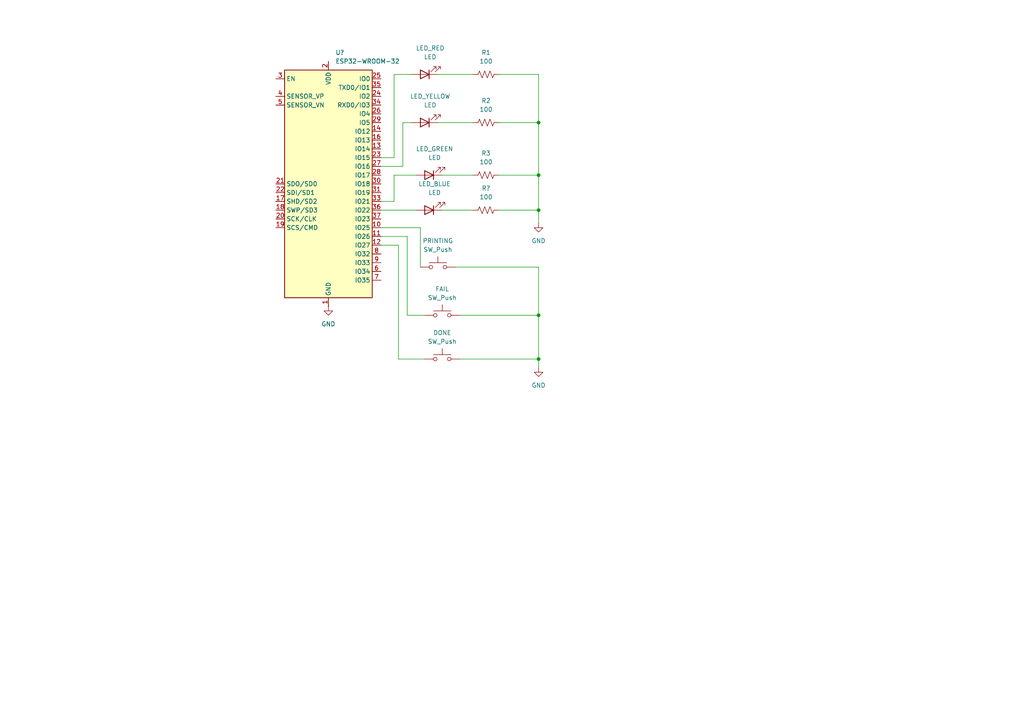
<source format=kicad_sch>
(kicad_sch (version 20211123) (generator eeschema)
  (paper "A4")
  (lib_symbols
    (symbol "Device:LED" (pin_numbers hide) (pin_names (offset 1.016) hide)
      (property "Reference" "D" (at 0 2.54 0))
      (property "Value" "LED" (at 0 -2.54 0))
      (symbol "LED_0_1"
        (polyline (pts (xy -1.27 -1.27) (xy -1.27 1.27)) (stroke (width 0.254)))
        (polyline (pts (xy -1.27 0) (xy 1.27 0)))
        (polyline (pts (xy 1.27 -1.27) (xy 1.27 1.27) (xy -1.27 0) (xy 1.27 -1.27)) (stroke (width 0.254)))
        (polyline (pts (xy -3.048 -0.762) (xy -4.572 -2.286) (xy -3.81 -2.286) (xy -4.572 -2.286) (xy -4.572 -1.524)))
        (polyline (pts (xy -1.778 -0.762) (xy -3.302 -2.286) (xy -2.54 -2.286) (xy -3.302 -2.286) (xy -3.302 -1.524)))
      )
      (symbol "LED_1_1"
        (pin passive line (at -3.81 0 0) (length 2.54) (name "K") (number "1"))
        (pin passive line (at 3.81 0 180) (length 2.54) (name "A") (number "2"))
      )
    )
    (symbol "Device:R_US" (pin_numbers hide) (pin_names (offset 0))
      (property "Reference" "R" (at 2.54 0 90))
      (property "Value" "R_US" (at -2.54 0 90))
      (symbol "R_US_0_1"
        (polyline (pts (xy 0 -2.286) (xy 0 -2.54)))
        (polyline (pts (xy 0 2.286) (xy 0 2.54)))
        (polyline (pts (xy 0 -0.762) (xy 1.016 -1.143) (xy 0 -1.524) (xy -1.016 -1.905) (xy 0 -2.286)))
        (polyline (pts (xy 0 0.762) (xy 1.016 0.381) (xy 0 0) (xy -1.016 -0.381) (xy 0 -0.762)))
        (polyline (pts (xy 0 2.286) (xy 1.016 1.905) (xy 0 1.524) (xy -1.016 1.143) (xy 0 0.762)))
      )
      (symbol "R_US_1_1"
        (pin passive line (at 0 3.81 270) (length 1.27) (name "~") (number "1"))
        (pin passive line (at 0 -3.81 90) (length 1.27) (name "~") (number "2"))
      )
    )
    (symbol "RF_Module:ESP32-WROOM-32"
      (property "Reference" "U" (at -12.7 34.29 0))
      (property "Value" "ESP32-WROOM-32" (at 1.27 34.29 0))
      (symbol "ESP32-WROOM-32_0_1"
        (rectangle (start -12.7 33.02) (end 12.7 -33.02) (stroke (width 0.254)) (fill (type background)))
      )
      (symbol "ESP32-WROOM-32_1_1"
        (pin power_in line (at 0 -35.56 90) (length 2.54) (name "GND") (number "1"))
        (pin bidirectional line (at 15.24 -12.7 180) (length 2.54) (name "IO25") (number "10"))
        (pin bidirectional line (at 15.24 -15.24 180) (length 2.54) (name "IO26") (number "11"))
        (pin bidirectional line (at 15.24 -17.78 180) (length 2.54) (name "IO27") (number "12"))
        (pin bidirectional line (at 15.24 10.16 180) (length 2.54) (name "IO14") (number "13"))
        (pin bidirectional line (at 15.24 15.24 180) (length 2.54) (name "IO12") (number "14"))
        (pin passive line (at 0 -35.56 90) (length 2.54) hide (name "GND") (number "15"))
        (pin bidirectional line (at 15.24 12.7 180) (length 2.54) (name "IO13") (number "16"))
        (pin bidirectional line (at -15.24 -5.08 0) (length 2.54) (name "SHD/SD2") (number "17"))
        (pin bidirectional line (at -15.24 -7.62 0) (length 2.54) (name "SWP/SD3") (number "18"))
        (pin bidirectional line (at -15.24 -12.7 0) (length 2.54) (name "SCS/CMD") (number "19"))
        (pin power_in line (at 0 35.56 270) (length 2.54) (name "VDD") (number "2"))
        (pin bidirectional line (at -15.24 -10.16 0) (length 2.54) (name "SCK/CLK") (number "20"))
        (pin bidirectional line (at -15.24 0 0) (length 2.54) (name "SDO/SD0") (number "21"))
        (pin bidirectional line (at -15.24 -2.54 0) (length 2.54) (name "SDI/SD1") (number "22"))
        (pin bidirectional line (at 15.24 7.62 180) (length 2.54) (name "IO15") (number "23"))
        (pin bidirectional line (at 15.24 25.4 180) (length 2.54) (name "IO2") (number "24"))
        (pin bidirectional line (at 15.24 30.48 180) (length 2.54) (name "IO0") (number "25"))
        (pin bidirectional line (at 15.24 20.32 180) (length 2.54) (name "IO4") (number "26"))
        (pin bidirectional line (at 15.24 5.08 180) (length 2.54) (name "IO16") (number "27"))
        (pin bidirectional line (at 15.24 2.54 180) (length 2.54) (name "IO17") (number "28"))
        (pin bidirectional line (at 15.24 17.78 180) (length 2.54) (name "IO5") (number "29"))
        (pin input line (at -15.24 30.48 0) (length 2.54) (name "EN") (number "3"))
        (pin bidirectional line (at 15.24 0 180) (length 2.54) (name "IO18") (number "30"))
        (pin bidirectional line (at 15.24 -2.54 180) (length 2.54) (name "IO19") (number "31"))
        (pin no_connect line (at -12.7 -27.94 0) (length 2.54) hide (name "NC") (number "32"))
        (pin bidirectional line (at 15.24 -5.08 180) (length 2.54) (name "IO21") (number "33"))
        (pin bidirectional line (at 15.24 22.86 180) (length 2.54) (name "RXD0/IO3") (number "34"))
        (pin bidirectional line (at 15.24 27.94 180) (length 2.54) (name "TXD0/IO1") (number "35"))
        (pin bidirectional line (at 15.24 -7.62 180) (length 2.54) (name "IO22") (number "36"))
        (pin bidirectional line (at 15.24 -10.16 180) (length 2.54) (name "IO23") (number "37"))
        (pin passive line (at 0 -35.56 90) (length 2.54) hide (name "GND") (number "38"))
        (pin passive line (at 0 -35.56 90) (length 2.54) hide (name "GND") (number "39"))
        (pin input line (at -15.24 25.4 0) (length 2.54) (name "SENSOR_VP") (number "4"))
        (pin input line (at -15.24 22.86 0) (length 2.54) (name "SENSOR_VN") (number "5"))
        (pin input line (at 15.24 -25.4 180) (length 2.54) (name "IO34") (number "6"))
        (pin input line (at 15.24 -27.94 180) (length 2.54) (name "IO35") (number "7"))
        (pin bidirectional line (at 15.24 -20.32 180) (length 2.54) (name "IO32") (number "8"))
        (pin bidirectional line (at 15.24 -22.86 180) (length 2.54) (name "IO33") (number "9"))
      )
    )
    (symbol "Switch:SW_Push" (pin_numbers hide) (pin_names (offset 1.016) hide)
      (property "Reference" "SW" (at 1.27 2.54 0))
      (property "Value" "SW_Push" (at 0 -1.524 0))
      (symbol "SW_Push_0_1"
        (circle (center -2.032 0) (radius 0.508))
        (polyline (pts (xy 0 1.27) (xy 0 3.048)))
        (polyline (pts (xy 2.54 1.27) (xy -2.54 1.27)))
        (circle (center 2.032 0) (radius 0.508))
        (pin passive line (at -5.08 0 0) (length 2.54) (name "1") (number "1"))
        (pin passive line (at 5.08 0 180) (length 2.54) (name "2") (number "2"))
      )
    )
    (symbol "power:GND" (power) (pin_names (offset 0))
      (property "Value" "GND" (at 0 -3.81 0))
      (symbol "GND_0_1"
        (polyline (pts (xy 0 0) (xy 0 -1.27) (xy 1.27 -1.27) (xy 0 -2.54) (xy -1.27 -1.27) (xy 0 -1.27)))
      )
      (symbol "GND_1_1"
        (pin power_in line (at 0 0 270) (length 0) hide (name "GND") (number "1"))
      )
    )
  )
  (junction (at 156.21 50.8))
  (junction (at 156.21 91.44))
  (junction (at 156.21 60.96))
  (junction (at 156.21 35.56))
  (junction (at 156.21 104.14))
  (wire (pts (xy 114.3 21.59) (xy 119.38 21.59)))
  (wire (pts (xy 110.49 58.42) (xy 114.3 58.42)))
  (wire (pts (xy 110.49 66.04) (xy 121.92 66.04)))
  (wire (pts (xy 144.78 60.96) (xy 156.21 60.96)))
  (wire (pts (xy 118.11 68.58) (xy 118.11 91.44)))
  (wire (pts (xy 110.49 45.72) (xy 114.3 45.72)))
  (wire (pts (xy 133.35 104.14) (xy 156.21 104.14)))
  (wire (pts (xy 156.21 35.56) (xy 156.21 50.8)))
  (wire (pts (xy 116.84 35.56) (xy 119.38 35.56)))
  (wire (pts (xy 114.3 50.8) (xy 114.3 58.42)))
  (wire (pts (xy 127 21.59) (xy 137.16 21.59)))
  (wire (pts (xy 144.78 21.59) (xy 156.21 21.59)))
  (wire (pts (xy 114.3 45.72) (xy 114.3 21.59)))
  (wire (pts (xy 144.78 35.56) (xy 156.21 35.56)))
  (wire (pts (xy 121.92 66.04) (xy 121.92 77.47)))
  (wire (pts (xy 115.57 104.14) (xy 123.19 104.14)))
  (wire (pts (xy 133.35 91.44) (xy 156.21 91.44)))
  (wire (pts (xy 110.49 68.58) (xy 118.11 68.58)))
  (wire (pts (xy 110.49 71.12) (xy 115.57 71.12)))
  (wire (pts (xy 110.49 48.26) (xy 116.84 48.26)))
  (wire (pts (xy 128.27 50.8) (xy 137.16 50.8)))
  (wire (pts (xy 118.11 91.44) (xy 123.19 91.44)))
  (wire (pts (xy 128.27 60.96) (xy 137.16 60.96)))
  (wire (pts (xy 144.78 50.8) (xy 156.21 50.8)))
  (wire (pts (xy 120.65 50.8) (xy 114.3 50.8)))
  (wire (pts (xy 132.08 77.47) (xy 156.21 77.47)))
  (wire (pts (xy 116.84 48.26) (xy 116.84 35.56)))
  (wire (pts (xy 127 35.56) (xy 137.16 35.56)))
  (wire (pts (xy 156.21 104.14) (xy 156.21 106.68)))
  (wire (pts (xy 156.21 77.47) (xy 156.21 91.44)))
  (wire (pts (xy 156.21 21.59) (xy 156.21 35.56)))
  (wire (pts (xy 156.21 50.8) (xy 156.21 60.96)))
  (wire (pts (xy 110.49 60.96) (xy 120.65 60.96)))
  (wire (pts (xy 156.21 91.44) (xy 156.21 104.14)))
  (wire (pts (xy 115.57 71.12) (xy 115.57 104.14)))
  (wire (pts (xy 156.21 60.96) (xy 156.21 64.77)))
  (symbol (lib_id "Switch:SW_Push") (at 128.27 104.14 0) (unit 1)
    (property "Reference" "DONE" (at 128.27 96.52 0))
    (property "Value" "SW_Push" (at 128.27 99.06 0))
  )
  (symbol (lib_id "Device:LED") (at 124.46 50.8 180) (unit 1)
    (property "Reference" "LED_GREEN" (at 126.0475 43.18 0))
    (property "Value" "LED" (at 126.0475 45.72 0))
  )
  (symbol (lib_id "Switch:SW_Push") (at 128.27 91.44 0) (unit 1)
    (property "Reference" "FAIL" (at 128.27 83.82 0))
    (property "Value" "SW_Push" (at 128.27 86.36 0))
  )
  (symbol (lib_id "Device:R_US") (at 140.97 35.56 90) (unit 1)
    (property "Reference" "R2" (at 140.97 29.21 90))
    (property "Value" "100" (at 140.97 31.75 90))
  )
  (symbol (lib_id "Device:LED") (at 123.19 21.59 180) (unit 1)
    (property "Reference" "LED_RED" (at 124.7775 13.97 0))
    (property "Value" "LED" (at 124.7775 16.51 0))
  )
  (symbol (lib_id "power:GND") (at 156.21 64.77 0) (unit 1)
    (property "Reference" "#PWR?" (effects hide))
    (property "Value" "GND" (at 156.21 69.85 0))
  )
  (symbol (lib_id "Switch:SW_Push") (at 127 77.47 0) (unit 1)
    (property "Reference" "PRINTING" (at 127 69.85 0))
    (property "Value" "SW_Push" (at 127 72.39 0))
  )
  (symbol (lib_id "Device:R_US") (at 140.97 21.59 90) (unit 1)
    (property "Reference" "R1" (at 140.97 15.24 90))
    (property "Value" "100" (at 140.97 17.78 90))
  )
  (symbol (lib_id "Device:LED") (at 123.19 35.56 180) (unit 1)
    (property "Reference" "LED_YELLOW" (at 124.7775 27.94 0))
    (property "Value" "LED" (at 124.7775 30.48 0))
  )
  (symbol (lib_id "RF_Module:ESP32-WROOM-32") (at 95.25 53.34 0) (unit 1)
    (property "Reference" "U?" (at 97.2694 15.24 0) (effects (justify left)))
    (property "Value" "ESP32-WROOM-32" (at 97.2694 17.78 0) (effects (justify left)))
    (property "Footprint" "RF_Module:ESP32-WROOM-32" (effects hide))
    (property "Datasheet" "https://www.espressif.com/sites/default/files/documentation/esp32-wroom-32_datasheet_en.pdf" (effects hide))
  )
  (symbol (lib_id "power:GND") (at 156.21 106.68 0) (unit 1)
    (property "Reference" "#PWR?" (effects hide))
    (property "Value" "GND" (at 156.21 111.76 0))
  )
  (symbol (lib_id "Device:R_US") (at 140.97 60.96 90) (unit 1)
    (property "Reference" "R?" (at 140.97 54.61 90))
    (property "Value" "100" (at 140.97 57.15 90))
  )
  (symbol (lib_id "Device:R_US") (at 140.97 50.8 90) (unit 1)
    (property "Reference" "R3" (at 140.97 44.45 90))
    (property "Value" "100" (at 140.97 46.99 90))
  )
  (symbol (lib_id "power:GND") (at 95.25 88.9 0) (unit 1)
    (property "Reference" "#PWR?" (effects hide))
    (property "Value" "GND" (at 95.25 93.98 0))
  )
  (symbol (lib_id "Device:LED") (at 124.46 60.96 180) (unit 1)
    (property "Reference" "LED_BLUE" (at 126.0475 53.34 0))
    (property "Value" "LED" (at 126.0475 55.88 0))
  )
)
</source>
